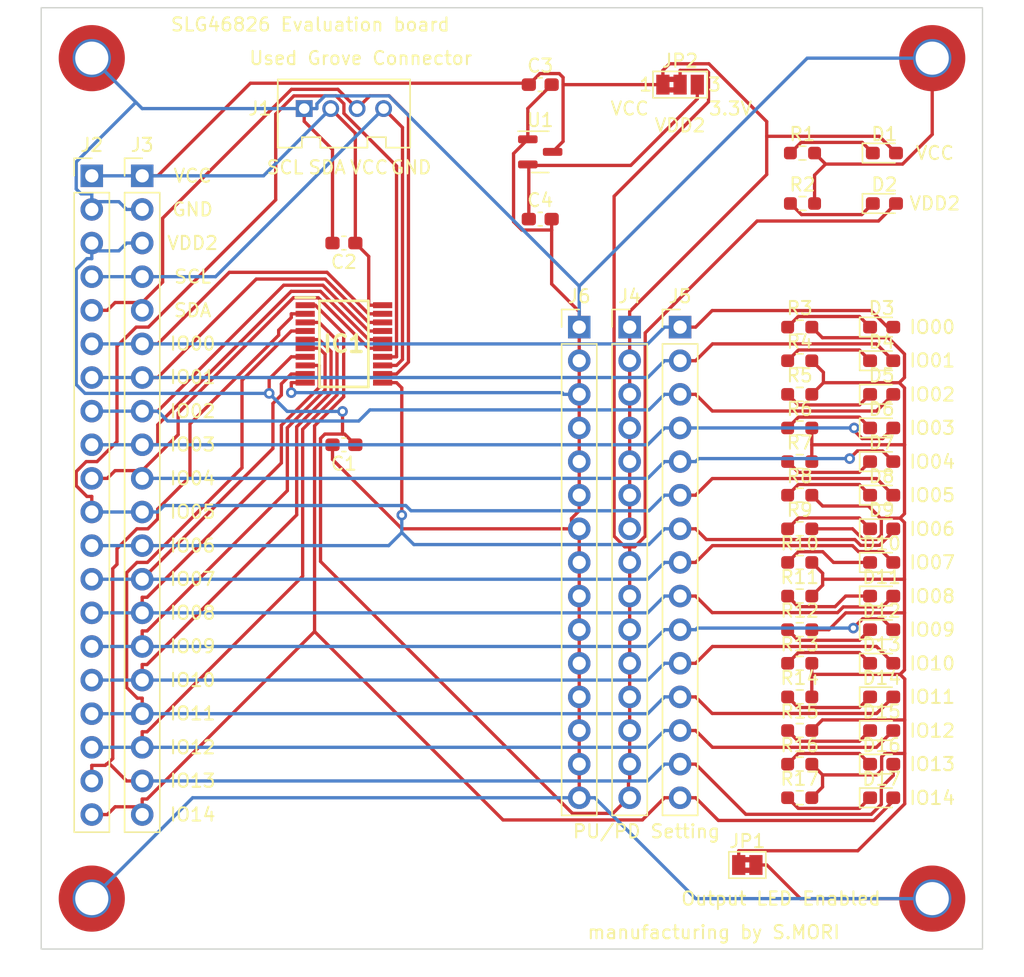
<source format=kicad_pcb>
(kicad_pcb (version 20211014) (generator pcbnew)
  (layers (0 "F.Cu" signal) (31 "B.Cu" signal) (34 "B.Paste" user) (35 "F.Paste" user) (36 "B.SilkS" user "B.Silkscreen") (37 "F.SilkS" user "F.Silkscreen") (38 "B.Mask" user) (39 "F.Mask" user) (44 "Edge.Cuts" user))
  (net 0 "")
  (net 1 "VDD2")
  (net 2 "GND")
  (net 3 "VCC")
  (net 4 "3V3")
  (net 5 "Net-(D1-Pad1)")
  (net 6 "Net-(D2-Pad1)")
  (net 7 "Net-(D3-Pad1)")
  (net 8 "IO0")
  (net 9 "Net-(D4-Pad1)")
  (net 10 "IO1")
  (net 11 "Net-(D5-Pad1)")
  (net 12 "IO2")
  (net 13 "Net-(D6-Pad1)")
  (net 14 "IO3")
  (net 15 "Net-(D7-Pad1)")
  (net 16 "IO4")
  (net 17 "Net-(D8-Pad1)")
  (net 18 "IO5")
  (net 19 "Net-(D9-Pad1)")
  (net 20 "IO6")
  (net 21 "Net-(D10-Pad1)")
  (net 22 "IO7")
  (net 23 "Net-(D11-Pad1)")
  (net 24 "IO8")
  (net 25 "Net-(D12-Pad1)")
  (net 26 "IO9")
  (net 27 "Net-(D13-Pad1)")
  (net 28 "IO10")
  (net 29 "Net-(D14-Pad1)")
  (net 30 "IO11")
  (net 31 "Net-(D15-Pad1)")
  (net 32 "IO12")
  (net 33 "Net-(D16-Pad1)")
  (net 34 "IO13")
  (net 35 "Net-(D17-Pad1)")
  (net 36 "IO14")
  (net 37 "SCL")
  (net 38 "SDA")
  (net 39 "Net-(JP1-Pad1)")
  (footprint "Resistor_SMD:R_0603_1608Metric_Pad0.98x0.95mm_HandSolder" (layer "F.Cu") (at 108.0983 71.12)
    (fp_text reference "R12")
    (fp_text value "1k")
  )
  (footprint "LED_SMD:LED_0603_1608Metric_Pad1.05x0.95mm_HandSolder" (layer "F.Cu") (at 114.2883 78.74)
    (fp_text reference "D15")
    (fp_text value "LED")
  )
  (footprint "Connector_PinHeader_2.54mm:PinHeader_1x20_P2.54mm_Vertical" (layer "F.Cu") (at 58.42 36.83)
    (property "Reference" "J3")
    (property "Value" "Conn_01x20_Male")
    (fp_text reference "J3")
    (fp_text value "Conn_01x20_Male")
  )
  (footprint "Resistor_SMD:R_0603_1608Metric_Pad0.98x0.95mm_HandSolder" (layer "F.Cu") (at 108.0983 63.5)
    (fp_text reference "R9")
    (fp_text value "1k")
  )
  (footprint "Resistor_SMD:R_0603_1608Metric_Pad0.98x0.95mm_HandSolder" (layer "F.Cu") (at 108.0983 50.8)
    (fp_text reference "R4")
    (fp_text value "1k")
  )
  (footprint "LED_SMD:LED_0603_1608Metric_Pad1.05x0.95mm_HandSolder" (layer "F.Cu") (at 114.2883 83.82)
    (fp_text reference "D17")
    (fp_text value "LED")
  )
  (footprint "LED_SMD:LED_0603_1608Metric_Pad1.05x0.95mm_HandSolder" (layer "F.Cu") (at 114.2883 66.04)
    (fp_text reference "D10")
    (fp_text value "LED")
  )
  (footprint "Package_TO_SOT_SMD:SOT-23" (layer "F.Cu") (at 88.4925 35.02)
    (fp_text reference "U1")
    (fp_text value "MCP1703A-3302_SOT23")
  )
  (footprint "LED_SMD:LED_0603_1608Metric_Pad1.05x0.95mm_HandSolder" (layer "F.Cu") (at 114.2883 48.26)
    (fp_text reference "D3")
    (fp_text value "LED")
  )
  (footprint "LED_SMD:LED_0603_1608Metric_Pad1.05x0.95mm_HandSolder" (layer "F.Cu") (at 114.2883 55.88)
    (fp_text reference "D6")
    (fp_text value "LED")
  )
  (footprint "LED_SMD:LED_0603_1608Metric_Pad1.05x0.95mm_HandSolder" (layer "F.Cu") (at 114.4975 38.92)
    (fp_text reference "D2")
    (fp_text value "LED")
  )
  (footprint "Resistor_SMD:R_0603_1608Metric_Pad0.98x0.95mm_HandSolder" (layer "F.Cu") (at 108.0983 78.74)
    (fp_text reference "R15")
    (fp_text value "1k")
  )
  (footprint "OPL_Connector:HW4-2.0" (layer "F.Cu") (at 73.66 31.75)
    (fp_text reference "J1")
    (fp_text value "GROVE-CONNECTOR-DIP_4P-2.0_")
  )
  (footprint "Resistor_SMD:R_0603_1608Metric_Pad0.98x0.95mm_HandSolder" (layer "F.Cu") (at 108.0983 48.26)
    (fp_text reference "R3")
    (fp_text value "1k")
  )
  (footprint "LED_SMD:LED_0603_1608Metric_Pad1.05x0.95mm_HandSolder" (layer "F.Cu") (at 114.2883 63.5)
    (fp_text reference "D9")
    (fp_text value "LED")
  )
  (footprint "Jumper:SolderJumper-2_P1.3mm_Bridged2Bar_Pad1.0x1.5mm" (layer "F.Cu") (at 104.14 88.9)
    (fp_text reference "JP1")
    (fp_text value "Jumper_2_Open")
  )
  (footprint "LED_SMD:LED_0603_1608Metric_Pad1.05x0.95mm_HandSolder" (layer "F.Cu") (at 114.2883 53.34)
    (fp_text reference "D5")
    (fp_text value "LED")
  )
  (footprint "LED_SMD:LED_0603_1608Metric_Pad1.05x0.95mm_HandSolder" (layer "F.Cu") (at 114.2883 50.8)
    (fp_text reference "D4")
    (fp_text value "LED")
  )
  (footprint "MountingHole:MountingHole_2.5mm_Pad_TopOnly" (layer "F.Cu") (at 118.11 27.94)
    (fp_text reference "H4" hide)
    (fp_text value "MountingHole_Pad")
  )
  (footprint "Connector_PinHeader_2.54mm:PinHeader_1x20_P2.54mm_Vertical" (layer "F.Cu") (at 54.61 36.83)
    (fp_text reference "J2")
    (fp_text value "Conn_01x20_Male")
  )
  (footprint "MountingHole:MountingHole_2.5mm_Pad_TopOnly" (layer "F.Cu") (at 118.11 91.44)
    (fp_text reference "H2" hide)
    (fp_text value "MountingHole_Pad")
  )
  (footprint "Resistor_SMD:R_0603_1608Metric_Pad0.98x0.95mm_HandSolder" (layer "F.Cu") (at 108.0983 58.42)
    (fp_text reference "R7")
    (fp_text value "1k")
  )
  (footprint "SLG46826G:SOP65P640X120-20N" (layer "F.Cu") (at 73.66 49.53)
    (fp_text reference "IC1")
    (fp_text value "SLG46826G" hide)
  )
  (footprint "LED_SMD:LED_0603_1608Metric_Pad1.05x0.95mm_HandSolder" (layer "F.Cu") (at 114.2883 73.66)
    (fp_text reference "D13")
    (fp_text value "LED")
  )
  (footprint "Resistor_SMD:R_0603_1608Metric_Pad0.98x0.95mm_HandSolder" (layer "F.Cu") (at 108.0983 53.34)
    (fp_text reference "R5")
    (fp_text value "1k")
  )
  (footprint "Capacitor_SMD:C_0603_1608Metric_Pad1.08x0.95mm_HandSolder" (layer "F.Cu") (at 88.4925 40.1)
    (fp_text reference "C4")
    (fp_text value "0.1u")
  )
  (footprint "Resistor_SMD:R_0603_1608Metric_Pad0.98x0.95mm_HandSolder" (layer "F.Cu") (at 108.0983 60.96)
    (fp_text reference "R8")
    (fp_text value "1k")
  )
  (footprint "LED_SMD:LED_0603_1608Metric_Pad1.05x0.95mm_HandSolder" (layer "F.Cu") (at 114.2883 81.28)
    (fp_text reference "D16")
    (fp_text value "LED")
  )
  (footprint "Resistor_SMD:R_0603_1608Metric_Pad0.98x0.95mm_HandSolder" (layer "F.Cu") (at 108.0983 55.88)
    (fp_text reference "R6")
    (fp_text value "1k")
  )
  (footprint "Resistor_SMD:R_0603_1608Metric_Pad0.98x0.95mm_HandSolder" (layer "F.Cu") (at 108.0983 68.58)
    (fp_text reference "R11")
    (fp_text value "1k")
  )
  (footprint "Connector_PinHeader_2.54mm:PinHeader_1x15_P2.54mm_Vertical" (layer "F.Cu") (at 99.06 48.26)
    (fp_text reference "J5")
    (fp_text value "Conn_01x15_Male")
  )
  (footprint "LED_SMD:LED_0603_1608Metric_Pad1.05x0.95mm_HandSolder" (layer "F.Cu") (at 114.2883 76.2)
    (fp_text reference "D14")
    (fp_text value "LED")
  )
  (footprint "LED_SMD:LED_0603_1608Metric_Pad1.05x0.95mm_HandSolder" (layer "F.Cu") (at 114.2883 60.96)
    (fp_text reference "D8")
    (fp_text value "LED")
  )
  (footprint "Capacitor_SMD:C_0603_1608Metric_Pad1.08x0.95mm_HandSolder" (layer "F.Cu") (at 88.4925 29.94)
    (fp_text reference "C3")
    (fp_text value "0.1u")
  )
  (footprint "Connector_PinHeader_2.54mm:PinHeader_1x15_P2.54mm_Vertical" (layer "F.Cu") (at 95.25 48.26)
    (fp_text reference "J4")
    (fp_text value "Conn_01x15_Male")
  )
  (footprint "Resistor_SMD:R_0603_1608Metric_Pad0.98x0.95mm_HandSolder" (layer "F.Cu") (at 108.3075 35.11)
    (fp_text reference "R1")
    (fp_text value "1k")
  )
  (footprint "LED_SMD:LED_0603_1608Metric_Pad1.05x0.95mm_HandSolder" (layer "F.Cu") (at 114.2883 68.58)
    (fp_text reference "D11")
    (fp_text value "LED")
  )
  (footprint "LED_SMD:LED_0603_1608Metric_Pad1.05x0.95mm_HandSolder" (layer "F.Cu") (at 114.4975 35.11)
    (fp_text reference "D1")
    (fp_text value "LED")
  )
  (footprint "Resistor_SMD:R_0603_1608Metric_Pad0.98x0.95mm_HandSolder" (layer "F.Cu") (at 108.0983 81.28)
    (fp_text reference "R16")
    (fp_text value "1k")
  )
  (footprint "MountingHole:MountingHole_2.5mm_Pad_TopOnly" (layer "F.Cu") (at 54.61 91.44)
    (fp_text reference "H3" hide)
    (fp_text value "MountingHole_Pad")
  )
  (footprint "Connector_PinHeader_2.54mm:PinHeader_1x15_P2.54mm_Vertical" (layer "F.Cu") (at 91.44 48.26)
    (fp_text reference "J6")
    (fp_text value "Conn_01x15_Male")
  )
  (footprint "Resistor_SMD:R_0603_1608Metric_Pad0.98x0.95mm_HandSolder" (layer "F.Cu") (at 108.3075 38.92)
    (fp_text reference "R2")
    (fp_text value "1k")
  )
  (footprint "Resistor_SMD:R_0603_1608Metric_Pad0.98x0.95mm_HandSolder" (layer "F.Cu") (at 108.0983 76.2)
    (fp_text reference "R14")
    (fp_text value "1k")
  )
  (footprint "Capacitor_SMD:C_0603_1608Metric_Pad1.08x0.95mm_HandSolder" (layer "F.Cu") (at 73.66 41.91 180)
    (fp_text reference "C2")
    (fp_text value "0.1u")
  )
  (footprint "MountingHole:MountingHole_2.5mm_Pad_TopOnly" (layer "F.Cu") (at 54.61 27.94)
    (fp_text reference "H1" hide)
    (fp_text value "MountingHole_Pad")
  )
  (footprint "LED_SMD:LED_0603_1608Metric_Pad1.05x0.95mm_HandSolder" (layer "F.Cu") (at 114.2883 71.12)
    (fp_text reference "D12")
    (fp_text value "LED")
  )
  (footprint "LED_SMD:LED_0603_1608Metric_Pad1.05x0.95mm_HandSolder" (layer "F.Cu") (at 114.2883 58.42)
    (fp_text reference "D7")
    (fp_text value "LED")
  )
  (footprint "Resistor_SMD:R_0603_1608Metric_Pad0.98x0.95mm_HandSolder" (layer "F.Cu") (at 108.0983 83.82)
    (fp_text reference "R17")
    (fp_text value "1k")
  )
  (footprint "Resistor_SMD:R_0603_1608Metric_Pad0.98x0.95mm_HandSolder" (layer "F.Cu") (at 108.0983 66.04)
    (fp_text reference "R10")
    (fp_text value "1k")
  )
  (footprint "Capacitor_SMD:C_0603_1608Metric_Pad1.08x0.95mm_HandSolder" (layer "F.Cu") (at 73.66 57.15 180)
    (fp_text reference "C1")
    (fp_text value "0.1u")
  )
  (footprint "Jumper:SolderJumper-3_P1.3mm_Bridged2Bar12_Pad1.0x1.5mm_NumberLabels" (layer "F.Cu") (at 99.06 29.94)
    (property "Reference" "JP2")
    (property "Value" "Jumper_3_Bridged12")
    (fp_text reference "JP2")
    (fp_text value "Jumper_3_Bridged12")
  )
  (footprint "Resistor_SMD:R_0603_1608Metric_Pad0.98x0.95mm_HandSolder" (layer "F.Cu") (at 108.0983 73.66)
    (fp_text reference "R13")
    (fp_text value "1k")
  )
  (gr_rect (start 50.788328 24.13) (end 121.908328 95.25) (layer "Edge.Cuts") (width 0.1) (fill none))
  (gr_text "3.3V" (at 102.87 31.75) (layer "F.SilkS") (effects (font (size 1 1))))
  (gr_text "IO06" (at 62.23 64.77) (layer "F.SilkS") (effects (font (size 1 1))))
  (gr_text "IO08" (at 118.11 68.595631) (layer "F.SilkS") (effects (font (size 1 1))))
  (gr_text "IO02" (at 118.11 53.355631) (layer "F.SilkS") (effects (font (size 1 1))))
  (gr_text "IO09" (at 118.11 71.12) (layer "F.SilkS") (effects (font (size 1 1))))
  (gr_text "IO03" (at 118.11 55.88) (layer "F.SilkS") (effects (font (size 1 1))))
  (gr_text "IO04" (at 62.23 59.69) (layer "F.SilkS") (effects (font (size 1 1))))
  (gr_text "SDA" (at 72.39 36.195) (layer "F.SilkS") (effects (font (size 1 1))))
  (gr_text "VCC" (at 95.25 31.75) (layer "F.SilkS") (effects (font (size 1 1))))
  (gr_text "IO07" (at 62.23 67.294369) (layer "F.SilkS") (effects (font (size 1 1))))
  (gr_text "IO06" (at 118.11 63.515631) (layer "F.SilkS") (effects (font (size 1 1))))
  (gr_text "SLG46826 Evaluation board" (at 71.12 25.4) (layer "F.SilkS") (effects (font (size 1 1))))
  (gr_text "Used Grove Connector" (at 74.93 27.94) (layer "F.SilkS") (effects (font (size 1 1))))
  (gr_text "IO10" (at 62.23 74.93) (layer "F.SilkS") (effects (font (size 1 1))))
  (gr_text "manufacturing by S.MORI" (at 101.6 93.98) (layer "F.SilkS") (effects (font (size 1 1))))
  (gr_text "Output LED Enabled" (at 106.68 91.44) (layer "F.SilkS") (effects (font (size 1 1))))
  (gr_text "IO14" (at 118.11 83.835631) (layer "F.SilkS") (effects (font (size 1 1))))
  (gr_text "VCC" (at 75.565 36.195) (layer "F.SilkS") (effects (font (size 1 1))))
  (gr_text "VCC" (at 118.3075 35.11) (layer "F.SilkS") (effects (font (size 1 1))))
  (gr_text "IO05" (at 118.11 60.96) (layer "F.SilkS") (effects (font (size 1 1))))
  (gr_text "VDD2" (at 62.23 41.91) (layer "F.SilkS") (effects (font (size 1 1))))
  (gr_text "SCL" (at 69.215 36.195) (layer "F.SilkS") (effects (font (size 1 1))))
  (gr_text "IO00" (at 62.23 49.514369) (layer "F.SilkS") (effects (font (size 1 1))))
  (gr_text "VDD2" (at 118.3075 38.92) (layer "F.SilkS") (effects (font (size 1 1))))
  (gr_text "IO01" (at 118.11 50.784369) (layer "F.SilkS") (effects (font (size 1 1))))
  (gr_text "IO14" (at 62.23 85.09) (layer "F.SilkS") (effects (font (size 1 1))))
  (gr_text "IO13" (at 118.11 81.28) (layer "F.SilkS") (effects (font (size 1 1))))
  (gr_text "IO05" (at 62.23 62.214369) (layer "F.SilkS") (effects (font (size 1 1))))
  (gr_text "SDA" (at 62.23 46.99) (layer "F.SilkS") (effects (font (size 1 1))))
  (gr_text "IO10" (at 118.11 73.675631) (layer "F.SilkS") (effects (font (size 1 1))))
  (gr_text "SCL" (at 62.23 44.45) (layer "F.SilkS") (effects (font (size 1 1))))
  (gr_text "IO02" (at 62.23 54.61) (layer "F.SilkS") (effects (font (size 1 1))))
  (gr_text "IO03" (at 62.23 57.134369) (layer "F.SilkS") (effects (font (size 1 1))))
  (gr_text "GND" (at 62.23 39.37) (layer "F.SilkS") (effects (font (size 1 1))))
  (gr_text "IO13" (at 62.23 82.534369) (layer "F.SilkS") (effects (font (size 1 1))))
  (gr_text "IO11" (at 62.23 77.454369) (layer "F.SilkS") (effects (font (size 1 1))))
  (gr_text "GND" (at 78.74 36.195) (layer "F.SilkS") (effects (font (size 1 1))))
  (gr_text "VCC" (at 62.23 36.83) (layer "F.SilkS") (effects (font (size 1 1))))
  (gr_text "IO09" (at 62.23 72.374369) (layer "F.SilkS") (effects (font (size 1 1))))
  (gr_text "IO04" (at 118.11 58.435631) (layer "F.SilkS") (effects (font (size 1 1))))
  (gr_text "VDD2" (at 99.06 33.02) (layer "F.SilkS") (effects (font (size 1 1))))
  (gr_text "IO08" (at 62.23 69.85) (layer "F.SilkS") (effects (font (size 1 1))))
  (gr_text "PU/PD Setting" (at 96.52 86.36) (layer "F.SilkS") (effects (font (size 1 1))))
  (gr_text "IO12" (at 118.11 78.755631) (layer "F.SilkS") (effects (font (size 1 1))))
  (gr_text "IO12" (at 62.23 80.01) (layer "F.SilkS") (effects (font (size 1 1))))
  (gr_text "IO01" (at 62.23 52.038738) (layer "F.SilkS") (effects (font (size 1 1))))
  (gr_text "IO00" (at 118.11 48.26) (layer "F.SilkS") (effects (font (size 1 1))))
  (gr_text "IO11" (at 118.11 76.2) (layer "F.SilkS") (effects (font (size 1 1))))
  (gr_text "IO07" (at 118.11 66.04) (layer "F.SilkS") (effects (font (size 1 1))))
  (segment (start 95.25 81.28) (end 95.25 82.4553) (width 0.25) (layer "F.Cu") (net 1))
  (segment (start 96.4253 64.0568) (end 96.4253 48.6978) (width 0.25) (layer "F.Cu") (net 1))
  (segment (start 101.0563 28.8647) (end 101.2081 29.0165) (width 0.25) (layer "F.Cu") (net 1))
  (segment (start 95.25 76.2) (end 95.25 73.66) (width 0.25) (layer "F.Cu") (net 1))
  (segment (start 95.25 78.74) (end 95.25 76.2) (width 0.25) (layer "F.Cu") (net 1))
  (segment (start 104.878 40.2451) (end 114.0474 40.2451) (width 0.25) (layer "F.Cu") (net 1))
  (segment (start 114.0474 40.2451) (end 115.3725 38.92) (width 0.25) (layer "F.Cu") (net 1))
  (segment (start 95.25 71.12) (end 95.25 68.58) (width 0.25) (layer "F.Cu") (net 1))
  (segment (start 99.06 29.94) (end 99.06 28.8647) (width 0.25) (layer "F.Cu") (net 1))
  (segment (start 70.735 50.505) (end 69.6847 50.505) (width 0.25) (layer "F.Cu") (net 1))
  (segment (start 73.5552 56.3415) (end 73.5552 54.6305) (width 0.25) (layer "F.Cu") (net 1))
  (segment (start 95.25 64.8647) (end 95.6174 64.8647) (width 0.25) (layer "F.Cu") (net 1))
  (segment (start 93.9792 85.0008) (end 90.9252 85.0008) (width 0.25) (layer "F.Cu") (net 1))
  (segment (start 73.714 56.3415) (end 74.5225 57.15) (width 0.25) (layer "F.Cu") (net 1))
  (segment (start 96.4253 48.6978) (end 104.878 40.2451) (width 0.25) (layer "F.Cu") (net 1))
  (segment (start 95.25 66.04) (end 95.25 64.8647) (width 0.25) (layer "F.Cu") (net 1))
  (segment (start 94.0747 38.3731) (end 94.0747 64.0568) (width 0.25) (layer "F.Cu") (net 1))
  (segment (start 95.16 82.5453) (end 95.16 83.82) (width 0.25) (layer "F.Cu") (net 1))
  (segment (start 101.2081 31.2397) (end 94.0747 38.3731) (width 0.25) (layer "F.Cu") (net 1))
  (segment (start 94.0747 64.0568) (end 94.8826 64.8647) (width 0.25) (layer "F.Cu") (net 1))
  (segment (start 95.25 73.66) (end 95.25 71.12) (width 0.25) (layer "F.Cu") (net 1))
  (segment (start 95.6174 64.8647) (end 96.4253 64.0568) (width 0.25) (layer "F.Cu") (net 1))
  (segment (start 71.8932 65.9688) (end 71.8932 56.6703) (width 0.25) (layer "F.Cu") (net 1))
  (segment (start 90.9252 85.0008) (end 71.8932 65.9688) (width 0.25) (layer "F.Cu") (net 1))
  (segment (start 68.014 52.1757) (end 69.6847 50.505) (width 0.25) (layer "F.Cu") (net 1))
  (segment (start 99.06 28.8647) (end 101.0563 28.8647) (width 0.25) (layer "F.Cu") (net 1))
  (segment (start 71.8932 56.6703) (end 72.222 56.3415) (width 0.25) (layer "F.Cu") (net 1))
  (segment (start 95.25 82.4553) (end 95.16 82.5453) (width 0.25) (layer "F.Cu") (net 1))
  (segment (start 95.25 68.58) (end 95.25 66.04) (width 0.25) (layer "F.Cu") (net 1))
  (segment (start 68.014 53.2672) (end 68.014 52.1757) (width 0.25) (layer "F.Cu") (net 1))
  (segment (start 72.222 56.3415) (end 73.5552 56.3415) (width 0.25) (layer "F.Cu") (net 1))
  (segment (start 73.5552 56.3415) (end 73.714 56.3415) (width 0.25) (layer "F.Cu") (net 1))
  (segment (start 95.25 81.28) (end 95.25 78.74) (width 0.25) (layer "F.Cu") (net 1))
  (segment (start 95.25 83.82) (end 95.16 83.82) (width 0.25) (layer "F.Cu") (net 1))
  (segment (start 95.16 83.82) (end 93.9792 85.0008) (width 0.25) (layer "F.Cu") (net 1))
  (segment (start 94.8826 64.8647) (end 95.25 64.8647) (width 0.25) (layer "F.Cu") (net 1))
  (segment (start 101.2081 29.0165) (end 101.2081 31.2397) (width 0.25) (layer "F.Cu") (net 1))
  (via (at 73.5552 54.6305) (size 0.8) (drill 0.4) (layers "F.Cu" "B.Cu") (net 1))
  (via (at 68.014 53.2672) (size 0.8) (drill 0.4) (layers "F.Cu" "B.Cu") (net 1))
  (segment (start 54.61 42.4976) (end 56.6571 42.4976) (width 0.25) (layer "B.Cu") (net 1))
  (segment (start 54.0998 53.2672) (end 53.4347 52.6021) (width 0.25) (layer "B.Cu") (net 1))
  (segment (start 53.4347 52.6021) (end 53.4347 43.8932) (width 0.25) (layer "B.Cu") (net 1))
  (segment (start 58.42 41.91) (end 57.2447 41.91) (width 0.25) (layer "B.Cu") (net 1))
  (segment (start 68.014 53.2672) (end 54.0998 53.2672) (width 0.25) (layer "B.Cu") (net 1))
  (segment (start 56.6571 42.4976) (end 57.2447 41.91) (width 0.25) (layer "B.Cu") (net 1))
  (segment (start 54.2426 43.0853) (end 54.61 43.0853) (width 0.25) (layer "B.Cu") (net 1))
  (segment (start 53.4347 43.8932) (end 54.2426 43.0853) (width 0.25) (layer "B.Cu") (net 1))
  (segment (start 54.61 41.91) (end 54.61 42.4976) (width 0.25) (layer "B.Cu") (net 1))
  (segment (start 69.3773 54.6305) (end 68.014 53.2672) (width 0.25) (layer "B.Cu") (net 1))
  (segment (start 73.5552 54.6305) (end 69.3773 54.6305) (width 0.25) (layer "B.Cu") (net 1))
  (segment (start 54.61 42.4976) (end 54.61 43.0853) (width 0.25) (layer "B.Cu") (net 1))
  (segment (start 70.6603 32.7103) (end 72.7975 34.8475) (width 0.25) (layer "F.Cu") (net 2))
  (segment (start 89.355 29.94) (end 87.555 31.74) (width 0.25) (layer "F.Cu") (net 2))
  (segment (start 108.1553 91.44) (end 105.6153 88.9) (width 0.25) (layer "F.Cu") (net 2))
  (segment (start 72.7975 34.8475) (end 72.7975 41.91) (width 0.25) (layer "F.Cu") (net 2))
  (segment (start 91.44 63.5) (end 90.8524 63.5) (width 0.25) (layer "F.Cu") (net 2))
  (segment (start 118.11 91.44) (end 108.1553 91.44) (width 0.25) (layer "F.Cu") (net 2))
  (segment (start 87.555 31.74) (end 87.555 34.07) (width 0.25) (layer "F.Cu") (net 2))
  (segment (start 91.44 47.0847) (end 89.355 44.9997) (width 0.25) (layer "F.Cu") (net 2))
  (segment (start 91.44 60.96) (end 91.44 62.1353) (width 0.25) (layer "F.Cu") (net 2))
  (segment (start 89.355 40.9245) (end 89.355 40.1) (width 0.25) (layer "F.Cu") (net 2))
  (segment (start 91.44 53.34) (end 91.44 55.88) (width 0.25) (layer "F.Cu") (net 2))
  (segment (start 90.8524 63.5) (end 90.2647 63.5) (width 0.25) (layer "F.Cu") (net 2))
  (segment (start 91.44 71.12) (end 91.44 68.58) (width 0.25) (layer "F.Cu") (net 2))
  (segment (start 91.44 68.58) (end 91.44 66.04) (width 0.25) (layer "F.Cu") (net 2))
  (segment (start 91.44 76.2) (end 91.44 73.66) (width 0.25) (layer "F.Cu") (net 2))
  (segment (start 70.6603 31.75) (end 70.6603 32.7103) (width 0.25) (layer "F.Cu") (net 2))
  (segment (start 70.735 52.455) (end 69.6847 52.455) (width 0.25) (layer "F.Cu") (net 2))
  (segment (start 86.4768 35.1482) (end 87.555 34.07) (width 0.25) (layer "F.Cu") (net 2))
  (segment (start 69.6847 52.455) (end 69.6847 53.2124) (width 0.25) (layer "F.Cu") (net 2))
  (segment (start 87.1064 40.9245) (end 86.4768 40.2949) (width 0.25) (layer "F.Cu") (net 2))
  (segment (start 91.44 73.66) (end 91.44 71.12) (width 0.25) (layer "F.Cu") (net 2))
  (segment (start 89.355 44.9997) (end 89.355 40.9245) (width 0.25) (layer "F.Cu") (net 2))
  (segment (start 90.8524 62.7229) (end 91.44 62.1353) (width 0.25) (layer "F.Cu") (net 2))
  (segment (start 78.0403 63.5) (end 90.2647 63.5) (width 0.25) (layer "F.Cu") (net 2))
  (segment (start 90.8524 63.5) (end 90.8524 62.7229) (width 0.25) (layer "F.Cu") (net 2))
  (segment (start 86.4768 40.2949) (end 86.4768 35.1482) (width 0.25) (layer "F.Cu") (net 2))
  (segment (start 89.355 40.9245) (end 87.1064 40.9245) (width 0.25) (layer "F.Cu") (net 2))
  (segment (start 91.44 48.26) (end 91.44 47.0847) (width 0.25) (layer "F.Cu") (net 2))
  (segment (start 91.44 81.28) (end 91.44 83.82) (width 0.25) (layer "F.Cu") (net 2))
  (segment (start 91.44 50.8) (end 91.44 48.26) (width 0.25) (layer "F.Cu") (net 2))
  (segment (start 91.44 55.88) (end 91.44 58.42) (width 0.25) (layer "F.Cu") (net 2))
  (segment (start 118.11 27.94) (end 118.11 33.7045) (width 0.25) (layer "F.Cu") (net 2))
  (segment (start 91.44 78.74) (end 91.44 81.28) (width 0.25) (layer "F.Cu") (net 2))
  (segment (start 115.8711 35.9434) (end 110.0534 35.9434) (width 0.25) (layer "F.Cu") (net 2))
  (segment (start 110.0534 35.9434) (end 109.22 35.11) (width 0.25) (layer "F.Cu") (net 2))
  (segment (start 91.44 66.04) (end 91.44 63.5) (width 0.25) (layer "F.Cu") (net 2))
  (segment (start 104.79 88.9) (end 105.6153 88.9) (width 0.25) (layer "F.Cu") (net 2))
  (segment (start 91.44 53.34) (end 91.44 50.8) (width 0.25) (layer "F.Cu") (net 2))
  (segment (start 91.44 60.96) (end 91.44 58.42) (width 0.25) (layer "F.Cu") (net 2))
  (segment (start 109.22 38.92) (end 109.22 36.7768) (width 0.25) (layer "F.Cu") (net 2))
  (segment (start 72.7975 57.15) (end 72.7975 58.2572) (width 0.25) (layer "F.Cu") (net 2))
  (segment (start 109.22 36.7768) (end 110.0534 35.9434) (width 0.25) (layer "F.Cu") (net 2))
  (segment (start 72.7975 58.2572) (end 78.0403 63.5) (width 0.25) (layer "F.Cu") (net 2))
  (segment (start 91.44 78.74) (end 91.44 76.2) (width 0.25) (layer "F.Cu") (net 2))
  (segment (start 118.11 33.7045) (end 115.8711 35.9434) (width 0.25) (layer "F.Cu") (net 2))
  (via (at 69.6847 53.2124) (size 0.8) (drill 0.4) (layers "F.Cu" "B.Cu") (net 2))
  (segment (start 108.6644 27.94) (end 91.44 45.1644) (width 0.25) (layer "B.Cu") (net 2))
  (segment (start 71.6206 31.3898) (end 71.6206 31.75) (width 0.25) (layer "B.Cu") (net 2))
  (segment (start 58.42 31.75) (end 57.9438 31.2737) (width 0.25) (layer "B.Cu") (net 2))
  (segment (start 54.61 91.44) (end 62.23 83.82) (width 0.25) (layer "B.Cu") (net 2))
  (segment (start 100.2353 91.44) (end 118.11 91.44) (width 0.25) (layer "B.Cu") (net 2))
  (segment (start 70.6603 31.75) (end 58.42 31.75) (width 0.25) (layer "B.Cu") (net 2))
  (segment (start 53.4347 37.8275) (end 53.8019 38.1947) (width 0.25) (layer "B.Cu") (net 2))
  (segment (start 56.657 38.7823) (end 57.2447 39.37) (width 0.25) (layer "B.Cu") (net 2))
  (segment (start 53.8019 38.1947) (end 54.61 38.1947) (width 0.25) (layer "B.Cu") (net 2))
  (segment (start 57.9438 31.2737) (end 54.61 27.94) (width 0.25) (layer "B.Cu") (net 2))
  (segment (start 77.0653 30.7897) (end 72.2207 30.7897) (width 0.25) (layer "B.Cu") (net 2))
  (segment (start 91.44 83.82) (end 92.6153 83.82) (width 0.25) (layer "B.Cu") (net 2))
  (segment (start 72.2207 30.7897) (end 71.6206 31.3898) (width 0.25) (layer "B.Cu") (net 2))
  (segment (start 92.6153 83.82) (end 100.2353 91.44) (width 0.25) (layer "B.Cu") (net 2))
  (segment (start 57.9438 31.2737) (end 53.4347 35.7828) (width 0.25) (layer "B.Cu") (net 2))
  (segment (start 53.4347 35.7828) (end 53.4347 37.8275) (width 0.25) (layer "B.Cu") (net 2))
  (segment (start 54.61 39.37) (end 54.61 38.7823) (width 0.25) (layer "B.Cu") (net 2))
  (segment (start 91.44 45.1644) (end 77.0653 30.7897) (width 0.25) (layer "B.Cu") (net 2))
  (segment (start 58.42 39.37) (end 57.2447 39.37) (width 0.25) (layer "B.Cu") (net 2))
  (segment (start 90.2647 53.34) (end 90.1371 53.2124) (width 0.25) (layer "B.Cu") (net 2))
  (segment (start 90.1371 53.2124) (end 69.6847 53.2124) (width 0.25) (layer "B.Cu") (net 2))
  (segment (start 54.61 38.7823) (end 56.657 38.7823) (width 0.25) (layer "B.Cu") (net 2))
  (segment (start 70.6603 31.75) (end 71.6206 31.75) (width 0.25) (layer "B.Cu") (net 2))
  (segment (start 91.44 48.26) (end 91.44 45.1644) (width 0.25) (layer "B.Cu") (net 2))
  (segment (start 54.61 38.7823) (end 54.61 38.1947) (width 0.25) (layer "B.Cu") (net 2))
  (segment (start 91.44 53.34) (end 90.2647 53.34) (width 0.25) (layer "B.Cu") (net 2))
  (segment (start 118.11 27.94) (end 108.6644 27.94) (width 0.25) (layer "B.Cu") (net 2))
  (segment (start 62.23 83.82) (end 91.44 83.82) (width 0.25) (layer "B.Cu") (net 2))
  (segment (start 66.5914 29.8339) (end 59.5953 36.83) (width 0.25) (layer "F.Cu") (net 3))
  (segment (start 87.63 29.94) (end 88.4664 29.1036) (width 0.25) (layer "F.Cu") (net 3))
  (segment (start 95.25 50.8) (end 95.25 48.26) (width 0.25) (layer "F.Cu") (net 3))
  (segment (start 105.6039 32.732) (end 105.6039 33.8453) (width 0.25) (layer "F.Cu") (net 3))
  (segment (start 72.6618 31.75) (end 74.5225 33.6107) (width 0.25) (layer "F.Cu") (net 3))
  (segment (start 76.585 46.605) (end 75.5347 46.605) (width 0.25) (layer "F.Cu") (net 3))
  (segment (start 87.5239 29.8339) (end 66.5914 29.8339) (width 0.25) (layer "F.Cu") (net 3))
  (segment (start 95.25 53.34) (end 95.25 50.8) (width 0.25) (layer "F.Cu") (net 3))
  (segment (start 98.2599 28.3648) (end 101.2367 28.3648) (width 0.25) (layer "F.Cu") (net 3))
  (segment (start 105.6039 33.8453) (end 114.1078 33.8453) (width 0.25) (layer "F.Cu") (net 3))
  (segment (start 101.2367 28.3648) (end 105.6039 32.732) (width 0.25) (layer "F.Cu") (net 3))
  (segment (start 58.42 36.83) (end 59.5953 36.83) (width 0.25) (layer "F.Cu") (net 3))
  (segment (start 89.9282 29.1036) (end 90.2188 29.3942) (width 0.25) (layer "F.Cu") (net 3))
  (segment (start 95.25 58.42) (end 95.25 55.88) (width 0.25) (layer "F.Cu") (net 3))
  (segment (start 97.76 28.8647) (end 98.2599 28.3648) (width 0.25) (layer "F.Cu") (net 3))
  (segment (start 105.6039 36.7308) (end 95.25 47.0847) (width 0.25) (layer "F.Cu") (net 3))
  (segment (start 90.2188 29.94) (end 90.2188 34.2312) (width 0.25) (layer "F.Cu") (net 3))
  (segment (start 105.6039 33.8453) (end 105.6039 36.7308) (width 0.25) (layer "F.Cu") (net 3))
  (segment (start 75.5347 46.605) (end 75.5347 42.9222) (width 0.25) (layer "F.Cu") (net 3))
  (segment (start 90.2188 29.3942) (end 90.2188 29.94) (width 0.25) (layer "F.Cu") (net 3))
  (segment (start 88.4664 29.1036) (end 89.9282 29.1036) (width 0.25) (layer "F.Cu") (net 3))
  (segment (start 95.25 55.88) (end 95.25 53.34) (width 0.25) (layer "F.Cu") (net 3))
  (segment (start 114.1078 33.8453) (end 115.3725 35.11) (width 0.25) (layer "F.Cu") (net 3))
  (segment (start 74.5225 33.6107) (end 74.5225 41.91) (width 0.25) (layer "F.Cu") (net 3))
  (segment (start 97.76 29.94) (end 97.76 28.8647) (width 0.25) (layer "F.Cu") (net 3))
  (segment (start 90.2188 34.2312) (end 89.43 35.02) (width 0.25) (layer "F.Cu") (net 3))
  (segment (start 95.25 63.5) (end 95.25 60.96) (width 0.25) (layer "F.Cu") (net 3))
  (segment (start 90.2188 29.94) (end 97.76 29.94) (width 0.25) (layer "F.Cu") (net 3))
  (segment (start 75.5347 42.9222) (end 74.5225 41.91) (width 0.25) (layer "F.Cu") (net 3))
  (segment (start 95.25 48.26) (end 95.25 47.0847) (width 0.25) (layer "F.Cu") (net 3))
  (segment (start 87.63 29.94) (end 87.5239 29.8339) (width 0.25) (layer "F.Cu") (net 3))
  (segment (start 95.25 60.96) (end 95.25 58.42) (width 0.25) (layer "F.Cu") (net 3))
  (segment (start 67.5818 36.83) (end 72.6618 31.75) (width 0.25) (layer "B.Cu") (net 3))
  (segment (start 54.61 36.83) (end 58.42 36.83) (width 0.25) (layer "B.Cu") (net 3))
  (segment (start 58.42 36.83) (end 67.5818 36.83) (width 0.25) (layer "B.Cu") (net 3))
  (segment (start 87.63 40.1) (end 87.63 36.045) (width 0.25) (layer "F.Cu") (net 4))
  (segment (start 100.36 29.94) (end 100.36 31.0153) (width 0.25) (layer "F.Cu") (net 4))
  (segment (start 95.3303 36.045) (end 87.63 36.045) (width 0.25) (layer "F.Cu") (net 4))
  (segment (start 87.63 36.045) (end 87.555 35.97) (width 0.25) (layer "F.Cu") (net 4))
  (segment (start 100.36 31.0153) (end 95.3303 36.045) (width 0.25) (layer "F.Cu") (net 4))
  (segment (start 112.8181 34.3056) (end 108.1994 34.3056) (width 0.25) (layer "F.Cu") (net 5))
  (segment (start 108.1994 34.3056) (end 107.395 35.11) (width 0.25) (layer "F.Cu") (net 5))
  (segment (start 113.6225 35.11) (end 112.8181 34.3056) (width 0.25) (layer "F.Cu") (net 5))
  (segment (start 107.395 38.92) (end 108.233 39.758) (width 0.25) (layer "F.Cu") (net 6))
  (segment (start 108.233 39.758) (end 112.7845 39.758) (width 0.25) (layer "F.Cu") (net 6))
  (segment (start 112.7845 39.758) (end 113.6225 38.92) (width 0.25) (layer "F.Cu") (net 6))
  (segment (start 107.1858 48.26) (end 107.987 47.4588) (width 0.25) (layer "F.Cu") (net 7))
  (segment (start 107.987 47.4588) (end 112.6121 47.4588) (width 0.25) (layer "F.Cu") (net 7))
  (segment (start 112.6121 47.4588) (end 113.4133 48.26) (width 0.25) (layer "F.Cu") (net 7))
  (segment (start 76.585 47.255) (end 75.5169 47.255) (width 0.25) (layer "F.Cu") (net 8))
  (segment (start 113.4841 47.0085) (end 101.4868 47.0085) (width 0.25) (layer "F.Cu") (net 8))
  (segment (start 72.3833 44.1214) (end 65.0039 44.1214) (width 0.25) (layer "F.Cu") (net 8))
  (segment (start 114.7355 48.26) (end 114.7355 48.2599) (width 0.25) (layer "F.Cu") (net 8))
  (segment (start 65.0039 44.1214) (end 59.5953 49.53) (width 0.25) (layer "F.Cu") (net 8))
  (segment (start 99.06 48.26) (end 100.2353 48.26) (width 0.25) (layer "F.Cu") (net 8))
  (segment (start 115.1633 48.26) (end 114.7355 48.26) (width 0.25) (layer "F.Cu") (net 8))
  (segment (start 101.4868 47.0085) (end 100.2353 48.26) (width 0.25) (layer "F.Cu") (net 8))
  (segment (start 75.5169 47.255) (end 72.3833 44.1214) (width 0.25) (layer "F.Cu") (net 8))
  (segment (start 58.42 49.53) (end 59.5953 49.53) (width 0.25) (layer "F.Cu") (net 8))
  (segment (start 114.7355 48.2599) (end 113.4841 47.0085) (width 0.25) (layer "F.Cu") (net 8))
  (segment (start 54.61 49.53) (end 58.42 49.53) (width 0.25) (layer "B.Cu") (net 8))
  (segment (start 97.8847 48.26) (end 96.6147 49.53) (width 0.25) (layer "B.Cu") (net 8))
  (segment (start 96.6147 49.53) (end 59.5953 49.53) (width 0.25) (layer "B.Cu") (net 8))
  (segment (start 99.06 48.26) (end 97.8847 48.26) (width 0.25) (layer "B.Cu") (net 8))
  (segment (start 58.42 49.53) (end 59.5953 49.53) (width 0.25) (layer "B.Cu") (net 8))
  (segment (start 112.6023 49.989) (end 107.9968 49.989) (width 0.25) (layer "F.Cu") (net 9))
  (segment (start 107.9968 49.989) (end 107.1858 50.8) (width 0.25) (layer "F.Cu") (net 9))
  (segment (start 113.4133 50.8) (end 112.6023 49.989) (width 0.25) (layer "F.Cu") (net 9))
  (segment (start 101.5063 49.529) (end 113.8923 49.529) (width 0.25) (layer "F.Cu") (net 10))
  (segment (start 58.42 52.07) (end 59.5953 52.07) (width 0.25) (layer "F.Cu") (net 10))
  (segment (start 67.0359 44.6294) (end 72.246 44.6294) (width 0.25) (layer "F.Cu") (net 10))
  (segment (start 59.5953 52.07) (end 67.0359 44.6294) (width 0.25) (layer "F.Cu") (net 10))
  (segment (start 72.246 44.6294) (end 75.5216 47.905) (width 0.25) (layer "F.Cu") (net 10))
  (segment (start 75.5216 47.905) (end 76.585 47.905) (width 0.25) (layer "F.Cu") (net 10))
  (segment (start 99.06 50.8) (end 100.2353 50.8) (width 0.25) (layer "F.Cu") (net 10))
  (segment (start 113.8923 49.529) (end 115.1633 50.8) (width 0.25) (layer "F.Cu") (net 10))
  (segment (start 100.2353 50.8) (end 101.5063 49.529) (width 0.25) (layer "F.Cu") (net 10))
  (segment (start 97.8847 50.8) (end 96.6147 52.07) (width 0.25) (layer "B.Cu") (net 10))
  (segment (start 96.6147 52.07) (end 58.42 52.07) (width 0.25) (layer "B.Cu") (net 10))
  (segment (start 99.06 50.8) (end 97.8847 50.8) (width 0.25) (layer "B.Cu") (net 10))
  (segment (start 54.61 52.07) (end 58.42 52.07) (width 0.25) (layer "B.Cu") (net 10))
  (segment (start 113.4133 53.34) (end 112.6121 54.1412) (width 0.25) (layer "F.Cu") (net 11))
  (segment (start 107.987 54.1412) (end 107.1858 53.34) (width 0.25) (layer "F.Cu") (net 11))
  (segment (start 112.6121 54.1412) (end 107.987 54.1412) (width 0.25) (layer "F.Cu") (net 11))
  (segment (start 59.5953 54.61) (end 69.1101 45.0952) (width 0.25) (layer "F.Cu") (net 12))
  (segment (start 113.903 54.6003) (end 115.1633 53.34) (width 0.25) (layer "F.Cu") (net 12))
  (segment (start 101.4956 54.6003) (end 113.903 54.6003) (width 0.25) (layer "F.Cu") (net 12))
  (segment (start 72.0749 45.0952) (end 75.5347 48.555) (width 0.25) (layer "F.Cu") (net 12))
  (segment (start 58.42 54.61) (end 59.5953 54.61) (width 0.25) (layer "F.Cu") (net 12))
  (segment (start 100.2353 53.34) (end 101.4956 54.6003) (width 0.25) (layer "F.Cu") (net 12))
  (segment (start 76.585 48.555) (end 75.5347 48.555) (width 0.25) (layer "F.Cu") (net 12))
  (segment (start 69.1101 45.0952) (end 72.0749 45.0952) (width 0.25) (layer "F.Cu") (net 12))
  (segment (start 99.06 53.34) (end 100.2353 53.34) (width 0.25) (layer "F.Cu") (net 12))
  (segment (start 58.42 54.61) (end 59.5953 54.61) (width 0.25) (layer "B.Cu") (net 12))
  (segment (start 96.7094 54.5153) (end 97.8847 53.34) (width 0.25) (layer "B.Cu") (net 12))
  (segment (start 75.624 54.5153) (end 96.7094 54.5153) (width 0.25) (layer "B.Cu") (net 12))
  (segment (start 99.06 53.34) (end 97.8847 53.34) (width 0.25) (layer "B.Cu") (net 12))
  (segment (start 60.3411 55.3558) (end 74.7835 55.3558) (width 0.25) (layer "B.Cu") (net 12))
  (segment (start 74.7835 55.3558) (end 75.624 54.5153) (width 0.25) (layer "B.Cu") (net 12))
  (segment (start 58.42 54.61) (end 54.61 54.61) (width 0.25) (layer "B.Cu") (net 12))
  (segment (start 59.5953 54.61) (end 60.3411 55.3558) (width 0.25) (layer "B.Cu") (net 12))
  (segment (start 107.1858 55.88) (end 108.0064 55.0594) (width 0.25) (layer "F.Cu") (net 13))
  (segment (start 112.5927 55.0594) (end 113.4133 55.88) (width 0.25) (layer "F.Cu") (net 13))
  (segment (start 108.0064 55.0594) (end 112.5927 55.0594) (width 0.25) (layer "F.Cu") (net 13))
  (segment (start 69.6764 45.5591) (end 71.8888 45.5591) (width 0.25) (layer "F.Cu") (net 14))
  (segment (start 59.5953 57.15) (end 59.5953 55.6402) (width 0.25) (layer "F.Cu") (net 14))
  (segment (start 112.2139 56.0803) (end 112.2139 55.88) (width 0.25) (layer "F.Cu") (net 14))
  (segment (start 115.1633 55.88) (end 114.362 56.6813) (width 0.25) (layer "F.Cu") (net 14))
  (segment (start 59.5953 55.6402) (end 69.6764 45.5591) (width 0.25) (layer "F.Cu") (net 14))
  (segment (start 114.362 56.6813) (end 112.8149 56.6813) (width 0.25) (layer "F.Cu") (net 14))
  (segment (start 112.8149 56.6813) (end 112.2139 56.0803) (width 0.25) (layer "F.Cu") (net 14))
  (segment (start 71.8888 45.5591) (end 75.5347 49.205) (width 0.25) (layer "F.Cu") (net 14))
  (segment (start 76.585 49.205) (end 75.5347 49.205) (width 0.25) (layer "F.Cu") (net 14))
  (segment (start 58.42 57.15) (end 59.5953 57.15) (width 0.25) (layer "F.Cu") (net 14))
  (via (at 112.2139 55.88) (size 0.8) (drill 0.4) (layers "F.Cu" "B.Cu") (net 14))
  (segment (start 54.61 57.15) (end 58.42 57.15) (width 0.25) (layer "B.Cu") (net 14))
  (segment (start 96.6147 57.15) (end 58.42 57.15) (width 0.25) (layer "B.Cu") (net 14))
  (segment (start 99.06 55.88) (end 97.8847 55.88) (width 0.25) (layer "B.Cu") (net 14))
  (segment (start 112.2139 55.88) (end 99.06 55.88) (width 0.25) (layer "B.Cu") (net 14))
  (segment (start 97.8847 55.88) (end 96.6147 57.15) (width 0.25) (layer "B.Cu") (net 14))
  (segment (start 113.4133 58.42) (end 112.5963 59.237) (width 0.25) (layer "F.Cu") (net 15))
  (segment (start 108.0028 59.237) (end 107.1858 58.42) (width 0.25) (layer "F.Cu") (net 15))
  (segment (start 112.5963 59.237) (end 108.0028 59.237) (width 0.25) (layer "F.Cu") (net 15))
  (segment (start 58.42 59.1023) (end 61.1344 56.3879) (width 0.25) (layer "F.Cu") (net 16))
  (segment (start 61.1344 56.3879) (end 61.1344 54.7468) (width 0.25) (layer "F.Cu") (net 16))
  (segment (start 69.8377 46.0435) (end 71.7232 46.0435) (width 0.25) (layer "F.Cu") (net 16))
  (segment (start 56.373 59.1023) (end 58.42 59.1023) (width 0.25) (layer "F.Cu") (net 16))
  (segment (start 71.7232 46.0435) (end 75.5347 49.855) (width 0.25) (layer "F.Cu") (net 16))
  (segment (start 115.1633 58.42) (end 114.362 57.6187) (width 0.25) (layer "F.Cu") (net 16))
  (segment (start 112.4467 57.6187) (end 111.8719 58.1935) (width 0.25) (layer "F.Cu") (net 16))
  (segment (start 76.585 49.855) (end 75.5347 49.855) (width 0.25) (layer "F.Cu") (net 16))
  (segment (start 61.1344 54.7468) (end 69.8377 46.0435) (width 0.25) (layer "F.Cu") (net 16))
  (segment (start 114.362 57.6187) (end 112.4467 57.6187) (width 0.25) (layer "F.Cu") (net 16))
  (segment (start 54.61 59.69) (end 55.7853 59.69) (width 0.25) (layer "F.Cu") (net 16))
  (segment (start 55.7853 59.69) (end 56.373 59.1023) (width 0.25) (layer "F.Cu") (net 16))
  (segment (start 58.42 59.69) (end 58.42 59.1023) (width 0.25) (layer "F.Cu") (net 16))
  (via (at 111.8719 58.1935) (size 0.8) (drill 0.4) (layers "F.Cu" "B.Cu") (net 16))
  (segment (start 100.2353 58.42) (end 100.4618 58.1935) (width 0.25) (layer "B.Cu") (net 16))
  (segment (start 58.42 59.69) (end 59.5953 59.69) (width 0.25) (layer "B.Cu") (net 16))
  (segment (start 97.8847 58.42) (end 96.6147 59.69) (width 0.25) (layer "B.Cu") (net 16))
  (segment (start 96.6147 59.69) (end 59.5953 59.69) (width 0.25) (layer "B.Cu") (net 16))
  (segment (start 100.4618 58.1935) (end 111.8719 58.1935) (width 0.25) (layer "B.Cu") (net 16))
  (segment (start 99.06 58.42) (end 100.2353 58.42) (width 0.25) (layer "B.Cu") (net 16))
  (segment (start 99.06 58.42) (end 97.8847 58.42) (width 0.25) (layer "B.Cu") (net 16))
  (segment (start 112.6094 60.1561) (end 107.9897 60.1561) (width 0.25) (layer "F.Cu") (net 17))
  (segment (start 107.9897 60.1561) (end 107.1858 60.96) (width 0.25) (layer "F.Cu") (net 17))
  (segment (start 113.4133 60.96) (end 112.6094 60.1561) (width 0.25) (layer "F.Cu") (net 17))
  (segment (start 53.4347 60.2468) (end 54.2426 61.0547) (width 0.25) (layer "F.Cu") (net 18))
  (segment (start 69.8796 30.7896) (end 68.506 32.1632) (width 0.25) (layer "F.Cu") (net 18))
  (segment (start 58.8906 48.26) (end 57.9647 48.26) (width 0.25) (layer "F.Cu") (net 18))
  (segment (start 73.66 31.3891) (end 73.0605 30.7896) (width 0.25) (layer "F.Cu") (net 18))
  (segment (start 99.06 60.96) (end 100.2353 60.96) (width 0.25) (layer "F.Cu") (net 18))
  (segment (start 101.4921 59.7032) (end 100.2353 60.96) (width 0.25) (layer "F.Cu") (net 18))
  (segment (start 77.6353 50.505) (end 77.6353 36.0866) (width 0.25) (layer "F.Cu") (net 18))
  (segment (start 73.0605 30.7896) (end 69.8796 30.7896) (width 0.25) (layer "F.Cu") (net 18))
  (segment (start 54.2426 61.0547) (end 54.61 61.0547) (width 0.25) (layer "F.Cu") (net 18))
  (segment (start 76.585 50.505) (end 77.6353 50.505) (width 0.25) (layer "F.Cu") (net 18))
  (segment (start 54.61 62.23) (end 54.61 61.0547) (width 0.25) (layer "F.Cu") (net 18))
  (segment (start 68.506 38.6446) (end 58.8906 48.26) (width 0.25) (layer "F.Cu") (net 18))
  (segment (start 113.9065 59.7032) (end 101.4921 59.7032) (width 0.25) (layer "F.Cu") (net 18))
  (segment (start 77.6353 36.0866) (end 73.66 32.1113) (width 0.25) (layer "F.Cu") (net 18))
  (segment (start 57.9647 48.26) (end 56.515 49.7097) (width 0.25) (layer "F.Cu") (net 18))
  (segment (start 73.66 32.1113) (end 73.66 31.3891) (width 0.25) (layer "F.Cu") (net 18))
  (segment (start 68.506 32.1632) (end 68.506 38.6446) (width 0.25) (layer "F.Cu") (net 18))
  (segment (start 55.0094 58.42) (end 54.191 58.42) (width 0.25) (layer "F.Cu") (net 18))
  (segment (start 56.515 56.9144) (end 55.0094 58.42) (width 0.25) (layer "F.Cu") (net 18))
  (segment (start 56.515 49.7097) (end 56.515 56.9144) (width 0.25) (layer "F.Cu") (net 18))
  (segment (start 53.4347 59.1763) (end 53.4347 60.2468) (width 0.25) (layer "F.Cu") (net 18))
  (segment (start 115.1633 60.96) (end 113.9065 59.7032) (width 0.25) (layer "F.Cu") (net 18))
  (segment (start 54.191 58.42) (end 53.4347 59.1763) (width 0.25) (layer "F.Cu") (net 18))
  (segment (start 78.7282 62.1364) (end 78.3328 61.741) (width 0.25) (layer "B.Cu") (net 18))
  (segment (start 78.3328 61.741) (end 60.0843 61.741) (width 0.25) (layer "B.Cu") (net 18))
  (segment (start 96.7083 62.1364) (end 78.7282 62.1364) (width 0.25) (layer "B.Cu") (net 18))
  (segment (start 97.8847 60.96) (end 96.7083 62.1364) (width 0.25) (layer "B.Cu") (net 18))
  (segment (start 58.42 62.23) (end 59.5953 62.23) (width 0.25) (layer "B.Cu") (net 18))
  (segment (start 99.06 60.96) (end 97.8847 60.96) (width 0.25) (layer "B.Cu") (net 18))
  (segment (start 54.61 62.23) (end 55.7853 62.23) (width 0.25) (layer "B.Cu") (net 18))
  (segment (start 58.42 62.23) (end 55.7853 62.23) (width 0.25) (layer "B.Cu") (net 18))
  (segment (start 60.0843 61.741) (end 59.5953 62.23) (width 0.25) (layer "B.Cu") (net 18))
  (segment (start 112.5934 62.6801) (end 113.4133 63.5) (width 0.25) (layer "F.Cu") (net 19))
  (segment (start 108.0057 62.6801) (end 112.5934 62.6801) (width 0.25) (layer "F.Cu") (net 19))
  (segment (start 107.1858 63.5) (end 108.0057 62.6801) (width 0.25) (layer "F.Cu") (net 19))
  (segment (start 76.585 52.455) (end 77.6353 52.455) (width 0.25) (layer "F.Cu") (net 20))
  (segment (start 112.7056 64.7515) (end 114.121 64.7515) (width 0.25) (layer "F.Cu") (net 20))
  (segment (start 99.06 63.5) (end 100.2353 63.5) (width 0.25) (layer "F.Cu") (net 20))
  (segment (start 78.0323 62.4663) (end 78.0323 52.852) (width 0.25) (layer "F.Cu") (net 20))
  (segment (start 78.0323 52.852) (end 77.6353 52.455) (width 0.25) (layer "F.Cu") (net 20))
  (segment (start 101.0457 64.3104) (end 112.2645 64.3104) (width 0.25) (layer "F.Cu") (net 20))
  (segment (start 115.1633 63.7092) (end 115.1633 63.5) (width 0.25) (layer "F.Cu") (net 20))
  (segment (start 112.2645 64.3104) (end 112.7056 64.7515) (width 0.25) (layer "F.Cu") (net 20))
  (segment (start 114.121 64.7515) (end 115.1633 63.7092) (width 0.25) (layer "F.Cu") (net 20))
  (segment (start 100.2353 63.5) (end 101.0457 64.3104) (width 0.25) (layer "F.Cu") (net 20))
  (via (at 78.0323 62.4663) (size 0.8) (drill 0.4) (layers "F.Cu" "B.Cu") (net 20))
  (segment (start 78.0323 63.7776) (end 78.0323 62.4663) (width 0.25) (layer "B.Cu") (net 20))
  (segment (start 58.42 64.77) (end 77.0399 64.77) (width 0.25) (layer "B.Cu") (net 20))
  (segment (start 96.6941 64.6906) (end 78.9453 64.6906) (width 0.25) (layer "B.Cu") (net 20))
  (segment (start 99.06 63.5) (end 97.8847 63.5) (width 0.25) (layer "B.Cu") (net 20))
  (segment (start 78.9453 64.6906) (end 78.0323 63.7776) (width 0.25) (layer "B.Cu") (net 20))
  (segment (start 54.61 64.77) (end 58.42 64.77) (width 0.25) (layer "B.Cu") (net 20))
  (segment (start 97.8847 63.5) (end 96.6941 64.6906) (width 0.25) (layer "B.Cu") (net 20))
  (segment (start 77.0399 64.77) (end 78.0323 63.7776) (width 0.25) (layer "B.Cu") (net 20))
  (segment (start 107.9957 65.2301) (end 109.8391 65.2301) (width 0.25) (layer "F.Cu") (net 21))
  (segment (start 109.8391 65.2301) (end 110.649 66.04) (width 0.25) (layer "F.Cu") (net 21))
  (segment (start 110.649 66.04) (end 113.4133 66.04) (width 0.25) (layer "F.Cu") (net 21))
  (segment (start 107.1858 66.04) (end 107.9957 65.2301) (width 0.25) (layer "F.Cu") (net 21))
  (segment (start 58.42 67.31) (end 68.2966 57.4334) (width 0.25) (layer "F.Cu") (net 22))
  (segment (start 69.6765 51.805) (end 70.735 51.805) (width 0.25) (layer "F.Cu") (net 22))
  (segment (start 68.2966 54.0284) (end 68.9348 53.3902) (width 0.25) (layer "F.Cu") (net 22))
  (segment (start 112.0883 64.7711) (end 112.5375 65.2203) (width 0.25) (layer "F.Cu") (net 22))
  (segment (start 114.3436 65.2203) (end 115.1633 66.04) (width 0.25) (layer "F.Cu") (net 22))
  (segment (start 99.06 66.04) (end 100.2353 66.04) (width 0.25) (layer "F.Cu") (net 22))
  (segment (start 101.5042 64.7711) (end 112.0883 64.7711) (width 0.25) (layer "F.Cu") (net 22))
  (segment (start 68.2966 57.4334) (end 68.2966 54.0284) (width 0.25) (layer "F.Cu") (net 22))
  (segment (start 68.9348 53.3902) (end 68.9348 52.5467) (width 0.25) (layer "F.Cu") (net 22))
  (segment (start 100.2353 66.04) (end 101.5042 64.7711) (width 0.25) (layer "F.Cu") (net 22))
  (segment (start 68.9348 52.5467) (end 69.6765 51.805) (width 0.25) (layer "F.Cu") (net 22))
  (segment (start 112.5375 65.2203) (end 114.3436 65.2203) (width 0.25) (layer "F.Cu") (net 22))
  (segment (start 97.8847 66.04) (end 96.6147 67.31) (width 0.25) (layer "B.Cu") (net 22))
  (segment (start 58.42 67.31) (end 59.5953 67.31) (width 0.25) (layer "B.Cu") (net 22))
  (segment (start 54.61 67.31) (end 58.42 67.31) (width 0.25) (layer "B.Cu") (net 22))
  (segment (start 96.6147 67.31) (end 59.5953 67.31) (width 0.25) (layer "B.Cu") (net 22))
  (segment (start 99.06 66.04) (end 97.8847 66.04) (width 0.25) (layer "B.Cu") (net 22))
  (segment (start 107.9871 69.3813) (end 107.1858 68.58) (width 0.25) (layer "F.Cu") (net 23))
  (segment (start 111.5729 68.58) (end 110.7716 69.3813) (width 0.25) (layer "F.Cu") (net 23))
  (segment (start 110.7716 69.3813) (end 107.9871 69.3813) (width 0.25) (layer "F.Cu") (net 23))
  (segment (start 113.4133 68.58) (end 111.5729 68.58) (width 0.25) (layer "F.Cu") (net 23))
  (segment (start 58.7873 68.6747) (end 58.42 68.6747) (width 0.25) (layer "F.Cu") (net 24))
  (segment (start 68.935 55.6774) (end 68.935 58.527) (width 0.25) (layer "F.Cu") (net 24))
  (segment (start 68.935 58.527) (end 58.7873 68.6747) (width 0.25) (layer "F.Cu") (net 24))
  (segment (start 110.9581 69.8317) (end 101.487 69.8317) (width 0.25) (layer "F.Cu") (net 24))
  (segment (start 71.7853 52.8271) (end 68.935 55.6774) (width 0.25) (layer "F.Cu") (net 24))
  (segment (start 115.1633 68.58) (end 114.3434 69.3999) (width 0.25) (layer "F.Cu") (net 24))
  (segment (start 99.06 68.58) (end 100.2353 68.58) (width 0.25) (layer "F.Cu") (net 24))
  (segment (start 114.3434 69.3999) (end 111.3899 69.3999) (width 0.25) (layer "F.Cu") (net 24))
  (segment (start 70.735 51.155) (end 71.7853 51.155) (width 0.25) (layer "F.Cu") (net 24))
  (segment (start 101.487 69.8317) (end 100.2353 68.58) (width 0.25) (layer "F.Cu") (net 24))
  (segment (start 58.42 69.85) (end 58.42 68.6747) (width 0.25) (layer "F.Cu") (net 24))
  (segment (start 71.7853 51.155) (end 71.7853 52.8271) (width 0.25) (layer "F.Cu") (net 24))
  (segment (start 111.3899 69.3999) (end 110.9581 69.8317) (width 0.25) (layer "F.Cu") (net 24))
  (segment (start 54.61 69.85) (end 58.42 69.85) (width 0.25) (layer "B.Cu") (net 24))
  (segment (start 97.8847 68.58) (end 96.6147 69.85) (width 0.25) (layer "B.Cu") (net 24))
  (segment (start 96.6147 69.85) (end 58.42 69.85) (width 0.25) (layer "B.Cu") (net 24))
  (segment (start 99.06 68.58) (end 97.8847 68.58) (width 0.25) (layer "B.Cu") (net 24))
  (segment (start 107.9873 71.9215) (end 107.1858 71.12) (width 0.25) (layer "F.Cu") (net 25))
  (segment (start 113.4133 71.12) (end 112.6118 71.9215) (width 0.25) (layer "F.Cu") (net 25))
  (segment (start 112.6118 71.9215) (end 107.9873 71.9215) (width 0.25) (layer "F.Cu") (net 25))
  (segment (start 72.2356 53.0137) (end 69.3854 55.8639) (width 0.25) (layer "F.Cu") (net 26))
  (segment (start 58.42 72.39) (end 58.42 71.2147) (width 0.25) (layer "F.Cu") (net 26))
  (segment (start 114.3438 70.3005) (end 112.8522 70.3005) (width 0.25) (layer "F.Cu") (net 26))
  (segment (start 71.7853 49.855) (end 72.2356 50.3053) (width 0.25) (layer "F.Cu") (net 26))
  (segment (start 69.3854 60.6166) (end 58.7873 71.2147) (width 0.25) (layer "F.Cu") (net 26))
  (segment (start 115.1633 71.12) (end 114.3438 70.3005) (width 0.25) (layer "F.Cu") (net 26))
  (segment (start 72.2356 50.3053) (end 72.2356 53.0137) (width 0.25) (layer "F.Cu") (net 26))
  (segment (start 58.7873 71.2147) (end 58.42 71.2147) (width 0.25) (layer "F.Cu") (net 26))
  (segment (start 70.735 49.855) (end 71.7853 49.855) (width 0.25) (layer "F.Cu") (net 26))
  (segment (start 112.8522 70.3005) (end 112.1519 71.0008) (width 0.25) (layer "F.Cu") (net 26))
  (segment (start 69.3854 55.8639) (end 69.3854 60.6166) (width 0.25) (layer "F.Cu") (net 26))
  (via (at 112.1519 71.0008) (size 0.8) (drill 0.4) (layers "F.Cu" "B.Cu") (net 26))
  (segment (start 100.2353 71.12) (end 100.3545 71.0008) (width 0.25) (layer "B.Cu") (net 26))
  (segment (start 58.42 72.39) (end 54.61 72.39) (width 0.25) (layer "B.Cu") (net 26))
  (segment (start 96.6147 72.39) (end 58.42 72.39) (width 0.25) (layer "B.Cu") (net 26))
  (segment (start 100.3545 71.0008) (end 112.1519 71.0008) (width 0.25) (layer "B.Cu") (net 26))
  (segment (start 99.06 71.12) (end 100.2353 71.12) (width 0.25) (layer "B.Cu") (net 26))
  (segment (start 99.06 71.12) (end 97.8847 71.12) (width 0.25) (layer "B.Cu") (net 26))
  (segment (start 97.8847 71.12) (end 96.6147 72.39) (width 0.25) (layer "B.Cu") (net 26))
  (segment (start 107.9963 72.8495) (end 112.6028 72.8495) (width 0.25) (layer "F.Cu") (net 27))
  (segment (start 107.1858 73.66) (end 107.9963 72.8495) (width 0.25) (layer "F.Cu") (net 27))
  (segment (start 112.6028 72.8495) (end 113.4133 73.66) (width 0.25) (layer "F.Cu") (net 27))
  (segment (start 72.6859 50.1056) (end 72.6859 53.2003) (width 0.25) (layer "F.Cu") (net 28))
  (segment (start 70.735 49.205) (end 71.7853 49.205) (width 0.25) (layer "F.Cu") (net 28))
  (segment (start 58.7873 73.7547) (end 58.42 73.7547) (width 0.25) (layer "F.Cu") (net 28))
  (segment (start 113.8933 72.39) (end 115.1633 73.66) (width 0.25) (layer "F.Cu") (net 28))
  (segment (start 72.6859 53.2003) (end 70.092 55.7942) (width 0.25) (layer "F.Cu") (net 28))
  (segment (start 70.092 62.45) (end 58.7873 73.7547) (width 0.25) (layer "F.Cu") (net 28))
  (segment (start 71.7853 49.205) (end 72.6859 50.1056) (width 0.25) (layer "F.Cu") (net 28))
  (segment (start 70.092 55.7942) (end 70.092 62.45) (width 0.25) (layer "F.Cu") (net 28))
  (segment (start 99.06 73.66) (end 100.2353 73.66) (width 0.25) (layer "F.Cu") (net 28))
  (segment (start 101.5053 72.39) (end 113.8933 72.39) (width 0.25) (layer "F.Cu") (net 28))
  (segment (start 58.42 74.93) (end 58.42 73.7547) (width 0.25) (layer "F.Cu") (net 28))
  (segment (start 100.2353 73.66) (end 101.5053 72.39) (width 0.25) (layer "F.Cu") (net 28))
  (segment (start 96.6147 74.93) (end 58.42 74.93) (width 0.25) (layer "B.Cu") (net 28))
  (segment (start 54.61 74.93) (end 58.42 74.93) (width 0.25) (layer "B.Cu") (net 28))
  (segment (start 99.06 73.66) (end 97.8847 73.66) (width 0.25) (layer "B.Cu") (net 28))
  (segment (start 97.8847 73.66) (end 96.6147 74.93) (width 0.25) (layer "B.Cu") (net 28))
  (segment (start 113.4133 76.2) (end 112.612 77.0013) (width 0.25) (layer "F.Cu") (net 29))
  (segment (start 107.9871 77.0013) (end 107.1858 76.2) (width 0.25) (layer "F.Cu") (net 29))
  (segment (start 112.612 77.0013) (end 107.9871 77.0013) (width 0.25) (layer "F.Cu") (net 29))
  (segment (start 65.9599 52.2798) (end 69.6847 48.555) (width 0.25) (layer "F.Cu") (net 30))
  (segment (start 113.9116 77.4517) (end 101.487 77.4517) (width 0.25) (layer "F.Cu") (net 30))
  (segment (start 58.0527 76.2947) (end 57.2427 75.4847) (width 0.25) (layer "F.Cu") (net 30))
  (segment (start 58.42 76.2947) (end 58.0527 76.2947) (width 0.25) (layer "F.Cu") (net 30))
  (segment (start 57.2427 66.8186) (end 58.0213 66.04) (width 0.25) (layer "F.Cu") (net 30))
  (segment (start 58.42 77.47) (end 58.42 76.2947) (width 0.25) (layer "F.Cu") (net 30))
  (segment (start 58.8123 66.04) (end 65.9599 58.8924) (width 0.25) (layer "F.Cu") (net 30))
  (segment (start 99.06 76.2) (end 100.2353 76.2) (width 0.25) (layer "F.Cu") (net 30))
  (segment (start 65.9599 58.8924) (end 65.9599 52.2798) (width 0.25) (layer "F.Cu") (net 30))
  (segment (start 58.0213 66.04) (end 58.8123 66.04) (width 0.25) (layer "F.Cu") (net 30))
  (segment (start 70.735 48.555) (end 69.6847 48.555) (width 0.25) (layer "F.Cu") (net 30))
  (segment (start 115.1633 76.2) (end 113.9116 77.4517) (width 0.25) (layer "F.Cu") (net 30))
  (segment (start 101.487 77.4517) (end 100.2353 76.2) (width 0.25) (layer "F.Cu") (net 30))
  (segment (start 57.2427 75.4847) (end 57.2427 66.8186) (width 0.25) (layer "F.Cu") (net 30))
  (segment (start 58.42 77.47) (end 54.61 77.47) (width 0.25) (layer "B.Cu") (net 30))
  (segment (start 99.06 76.2) (end 97.8847 76.2) (width 0.25) (layer "B.Cu") (net 30))
  (segment (start 96.6147 77.47) (end 58.42 77.47) (width 0.25) (layer "B.Cu") (net 30))
  (segment (start 97.8847 76.2) (end 96.6147 77.47) (width 0.25) (layer "B.Cu") (net 30))
  (segment (start 107.1858 78.74) (end 107.9962 79.5504) (width 0.25) (layer "F.Cu") (net 31))
  (segment (start 107.9962 79.5504) (end 112.6029 79.5504) (width 0.25) (layer "F.Cu") (net 31))
  (segment (start 112.6029 79.5504) (end 113.4133 78.74) (width 0.25) (layer "F.Cu") (net 31))
  (segment (start 100.2353 78.74) (end 101.5053 80.01) (width 0.25) (layer "F.Cu") (net 32))
  (segment (start 58.7873 78.8347) (end 58.42 78.8347) (width 0.25) (layer "F.Cu") (net 32))
  (segment (start 113.8933 80.01) (end 115.1633 78.74) (width 0.25) (layer "F.Cu") (net 32))
  (segment (start 71.7853 47.905) (end 73.1362 49.2559) (width 0.25) (layer "F.Cu") (net 32))
  (segment (start 70.5424 67.0796) (end 58.7873 78.8347) (width 0.25) (layer "F.Cu") (net 32))
  (segment (start 70.5424 55.9807) (end 70.5424 67.0796) (width 0.25) (layer "F.Cu") (net 32))
  (segment (start 101.5053 80.01) (end 113.8933 80.01) (width 0.25) (layer "F.Cu") (net 32))
  (segment (start 73.1362 53.3869) (end 70.5424 55.9807) (width 0.25) (layer "F.Cu") (net 32))
  (segment (start 58.42 80.01) (end 58.42 78.8347) (width 0.25) (layer "F.Cu") (net 32))
  (segment (start 99.06 78.74) (end 100.2353 78.74) (width 0.25) (layer "F.Cu") (net 32))
  (segment (start 73.1362 49.2559) (end 73.1362 53.3869) (width 0.25) (layer "F.Cu") (net 32))
  (segment (start 70.735 47.905) (end 71.7853 47.905) (width 0.25) (layer "F.Cu") (net 32))
  (segment (start 58.42 80.01) (end 54.61 80.01) (width 0.25) (layer "B.Cu") (net 32))
  (segment (start 99.06 78.74) (end 97.8847 78.74) (width 0.25) (layer "B.Cu") (net 32))
  (segment (start 96.6147 80.01) (end 58.42 80.01) (width 0.25) (layer "B.Cu") (net 32))
  (segment (start 97.8847 78.74) (end 96.6147 80.01) (width 0.25) (layer "B.Cu") (net 32))
  (segment (start 112.6085 80.4752) (end 113.4133 81.28) (width 0.25) (layer "F.Cu") (net 33))
  (segment (start 107.1858 81.28) (end 107.9906 80.4752) (width 0.25) (layer "F.Cu") (net 33))
  (segment (start 107.9906 80.4752) (end 112.6085 80.4752) (width 0.25) (layer "F.Cu") (net 33))
  (segment (start 58.8478 63.5) (end 59.5954 62.7524) (width 0.25) (layer "F.Cu") (net 34))
  (segment (start 55.6289 81.3747) (end 55.739 81.2646) (width 0.25) (layer "F.Cu") (net 34))
  (segment (start 59.5954 62.7524) (end 59.5954 62.0047) (width 0.25) (layer "F.Cu") (net 34))
  (segment (start 114.2646 83.0392) (end 115.1633 82.1405) (width 0.25) (layer "F.Cu") (net 34))
  (segment (start 114.2646 84.3145) (end 114.2646 83.0392) (width 0.25) (layer "F.Cu") (net 34))
  (segment (start 58.0159 63.5) (end 58.8478 63.5) (width 0.25) (layer "F.Cu") (net 34))
  (segment (start 113.507 85.0721) (end 114.2646 84.3145) (width 0.25) (layer "F.Cu") (net 34))
  (segment (start 57.2447 82.55) (end 55.8724 81.1776) (width 0.25) (layer "F.Cu") (net 34))
  (segment (start 56.1945 80.8555) (end 56.1945 67.2323) (width 0.25) (layer "F.Cu") (net 34))
  (segment (start 69.6847 47.539) (end 69.6847 47.255) (width 0.25) (layer "F.Cu") (net 34))
  (segment (start 54.61 81.3747) (end 55.6289 81.3747) (width 0.25) (layer "F.Cu") (net 34))
  (segment (start 115.1633 82.1405) (end 115.1633 81.28) (width 0.25) (layer "F.Cu") (net 34))
  (segment (start 56.515 66.1824) (end 56.515 65.0009) (width 0.25) (layer "F.Cu") (net 34))
  (segment (start 62.0285 59.5716) (end 62.0285 55.5743) (width 0.25) (layer "F.Cu") (net 34))
  (segment (start 104.0274 85.0721) (end 113.507 85.0721) (width 0.25) (layer "F.Cu") (net 34))
  (segment (start 55.7854 81.2646) (end 55.8724 81.1776) (width 0.25) (layer "F.Cu") (net 34))
  (segment (start 58.42 82.55) (end 57.2447 82.55) (width 0.25) (layer "F.Cu") (net 34))
  (segment (start 55.8724 81.1776) (end 56.1945 80.8555) (width 0.25) (layer "F.Cu") (net 34))
  (segment (start 56.1946 66.5028) (end 56.515 66.1824) (width 0.25) (layer "F.Cu") (net 34))
  (segment (start 59.5954 62.0047) (end 62.0285 59.5716) (width 0.25) (layer "F.Cu") (net 34))
  (segment (start 56.1946 67.2322) (end 56.1946 66.5028) (width 0.25) (layer "F.Cu") (net 34))
  (segment (start 100.2353 81.28) (end 104.0274 85.0721) (width 0.25) (layer "F.Cu") (net 34))
  (segment (start 68.7306 48.8722) (end 68.7306 48.4931) (width 0.25) (layer "F.Cu") (net 34))
  (segment (start 54.61 82.55) (end 54.61 81.3747) (width 0.25) (layer "F.Cu") (net 34))
  (segment (start 56.515 65.0009) (end 58.0159 63.5) (width 0.25) (layer "F.Cu") (net 34))
  (segment (start 55.739 81.2646) (end 55.7854 81.2646) (width 0.25) (layer "F.Cu") (net 34))
  (segment (start 70.735 47.255) (end 69.6847 47.255) (width 0.25) (layer "F.Cu") (net 34))
  (segment (start 62.0285 55.5743) (end 68.7306 48.8722) (width 0.25) (layer "F.Cu") (net 34))
  (segment (start 99.06 81.28) (end 100.2353 81.28) (width 0.25) (layer "F.Cu") (net 34))
  (segment (start 56.1945 67.2323) (end 56.1946 67.2322) (width 0.25) (layer "F.Cu") (net 34))
  (segment (start 68.7306 48.4931) (end 69.6847 47.539) (width 0.25) (layer "F.Cu") (net 34))
  (segment (start 99.06 81.28) (end 97.8847 81.28) (width 0.25) (layer "B.Cu") (net 34))
  (segment (start 96.6147 82.55) (end 58.42 82.55) (width 0.25) (layer "B.Cu") (net 34))
  (segment (start 97.8847 81.28) (end 96.6147 82.55) (width 0.25) (layer "B.Cu") (net 34))
  (segment (start 112.6118 84.6215) (end 113.4133 83.82) (width 0.25) (layer "F.Cu") (net 35))
  (segment (start 107.1858 83.82) (end 107.9873 84.6215) (width 0.25) (layer "F.Cu") (net 35))
  (segment (start 107.9873 84.6215) (end 112.6118 84.6215) (width 0.25) (layer "F.Cu") (net 35))
  (segment (start 97.8847 83.82) (end 96.2085 85.4962) (width 0.25) (layer "F.Cu") (net 36))
  (segment (start 113.6863 85.5358) (end 115.1633 84.0588) (width 0.25) (layer "F.Cu") (net 36))
  (segment (start 71.4428 71.2592) (end 58.7873 83.9147) (width 0.25) (layer "F.Cu") (net 36))
  (segment (start 55.7853 85.09) (end 56.373 84.5023) (width 0.25) (layer "F.Cu") (net 36))
  (segment (start 58.42 85.09) (end 58.42 84.5023) (width 0.25) (layer "F.Cu") (net 36))
  (segment (start 115.1633 84.0588) (end 115.1633 83.82) (width 0.25) (layer "F.Cu") (net 36))
  (segment (start 99.6477 83.82) (end 99.06 83.82) (width 0.25) (layer "F.Cu") (net 36))
  (segment (start 58.42 84.5023) (end 58.42 83.9147) (width 0.25) (layer "F.Cu") (net 36))
  (segment (start 101.9511 85.5358) (end 113.6863 85.5358) (width 0.25) (layer "F.Cu") (net 36))
  (segment (start 71.4428 55.7172) (end 71.4428 71.2592) (width 0.25) (layer "F.Cu") (net 36))
  (segment (start 99.06 83.82) (end 97.8847 83.82) (width 0.25) (layer "F.Cu") (net 36))
  (segment (start 58.7873 83.9147) (end 58.42 83.9147) (width 0.25) (layer "F.Cu") (net 36))
  (segment (start 73.6406 48.7447) (end 73.6406 53.5194) (width 0.25) (layer "F.Cu") (net 36))
  (segment (start 73.6406 53.5194) (end 71.4428 55.7172) (width 0.25) (layer "F.Cu") (net 36))
  (segment (start 85.6798 85.4962) (end 71.4428 71.2592) (width 0.25) (layer "F.Cu") (net 36))
  (segment (start 71.5009 46.605) (end 73.6406 48.7447) (width 0.25) (layer "F.Cu") (net 36))
  (segment (start 96.2085 85.4962) (end 85.6798 85.4962) (width 0.25) (layer "F.Cu") (net 36))
  (segment (start 54.61 85.09) (end 55.7853 85.09) (width 0.25) (layer "F.Cu") (net 36))
  (segment (start 56.373 84.5023) (end 58.42 84.5023) (width 0.25) (layer "F.Cu") (net 36))
  (segment (start 100.2353 83.82) (end 101.9511 85.5358) (width 0.25) (layer "F.Cu") (net 36))
  (segment (start 70.735 46.605) (end 71.5009 46.605) (width 0.25) (layer "F.Cu") (net 36))
  (segment (start 99.6477 83.82) (end 100.2353 83.82) (width 0.25) (layer "F.Cu") (net 36))
  (segment (start 77.6353 51.155) (end 78.0856 50.7047) (width 0.25) (layer "F.Cu") (net 37))
  (segment (start 78.0856 33.1759) (end 76.6597 31.75) (width 0.25) (layer "F.Cu") (net 37))
  (segment (start 76.585 51.155) (end 77.6353 51.155) (width 0.25) (layer "F.Cu") (net 37))
  (segment (start 78.0856 50.7047) (end 78.0856 33.1759) (width 0.25) (layer "F.Cu") (net 37))
  (segment (start 58.42 44.45) (end 54.61 44.45) (width 0.25) (layer "B.Cu") (net 37))
  (segment (start 63.9597 44.45) (end 58.42 44.45) (width 0.25) (layer "B.Cu") (net 37))
  (segment (start 76.6597 31.75) (end 63.9597 44.45) (width 0.25) (layer "B.Cu") (net 37))
  (segment (start 54.61 46.99) (end 55.7853 46.99) (width 0.25) (layer "F.Cu") (net 38))
  (segment (start 56.373 46.4023) (end 55.7853 46.99) (width 0.25) (layer "F.Cu") (net 38))
  (segment (start 78.536 50.9043) (end 78.536 32.2455) (width 0.25) (layer "F.Cu") (net 38))
  (segment (start 58.42 46.99) (end 58.42 46.4023) (width 0.25) (layer "F.Cu") (net 38))
  (segment (start 77.077 30.7865) (end 75.6217 30.7865) (width 0.25) (layer "F.Cu") (net 38))
  (segment (start 77.6353 51.805) (end 78.536 50.9043) (width 0.25) (layer "F.Cu") (net 38))
  (segment (start 69.6987 30.2958) (end 59.9624 40.0321) (width 0.25) (layer "F.Cu") (net 38))
  (segment (start 59.9624 44.8599) (end 58.42 46.4023) (width 0.25) (layer "F.Cu") (net 38))
  (segment (start 76.585 51.805) (end 77.6353 51.805) (width 0.25) (layer "F.Cu") (net 38))
  (segment (start 59.9624 40.0321) (end 59.9624 44.8599) (width 0.25) (layer "F.Cu") (net 38))
  (segment (start 75.6217 30.7865) (end 74.6582 31.75) (width 0.25) (layer "F.Cu") (net 38))
  (segment (start 74.6582 31.75) (end 73.204 30.2958) (width 0.25) (layer "F.Cu") (net 38))
  (segment (start 73.204 30.2958) (end 69.6987 30.2958) (width 0.25) (layer "F.Cu") (net 38))
  (segment (start 78.536 32.2455) (end 77.077 30.7865) (width 0.25) (layer "F.Cu") (net 38))
  (segment (start 58.42 46.4023) (end 56.373 46.4023) (width 0.25) (layer "F.Cu") (net 38))
  (segment (start 103.49 88.9) (end 103.49 87.8247) (width 0.25) (layer "F.Cu") (net 39))
  (segment (start 116.0146 67.31) (end 116.0146 63.025) (width 0.25) (layer "F.Cu") (net 39))
  (segment (start 116.0146 52.855) (end 115.6221 52.4625) (width 0.25) (layer "F.Cu") (net 39))
  (segment (start 115.6826 74.4974) (end 109.0108 74.4974) (width 0.25) (layer "F.Cu") (net 39))
  (segment (start 116.0144 57.15) (end 116.0146 57.1502) (width 0.25) (layer "F.Cu") (net 39))
  (segment (start 109.8293 67.31) (end 116.0146 67.31) (width 0.25) (layer "F.Cu") (net 39))
  (segment (start 116.0146 57.1502) (end 116.0146 62.357) (width 0.25) (layer "F.Cu") (net 39))
  (segment (start 109.8883 52.4625) (end 109.0108 53.34) (width 0.25) (layer "F.Cu") (net 39))
  (segment (start 109.8237 83.0071) (end 109.0108 83.82) (width 0.25) (layer "F.Cu") (net 39))
  (segment (start 116.0305 80.4718) (end 114.5442 80.4718) (width 0.25) (layer "F.Cu") (net 39))
  (segment (start 116.0305 77.9387) (end 116.0305 80.4718) (width 0.25) (layer "F.Cu") (net 39))
  (segment (start 116.0146 50.2944) (end 116.0146 52.07) (width 0.25) (layer "F.Cu") (net 39))
  (segment (start 109.8293 67.7615) (end 109.8293 67.31) (width 0.25) (layer "F.Cu") (net 39))
  (segment (start 109.8293 66.8585) (end 109.0108 66.04) (width 0.25) (layer "F.Cu") (net 39))
  (segment (start 116.0146 69.8502) (end 116.0146 67.31) (width 0.25) (layer "F.Cu") (net 39))
  (segment (start 116.0146 63.025) (end 115.6806 62.691) (width 0.25) (layer "F.Cu") (net 39))
  (segment (start 112.091 63.5) (end 109.0108 63.5) (width 0.25) (layer "F.Cu") (net 39))
  (segment (start 109.8121 49.0613) (end 114.7815 49.0613) (width 0.25) (layer "F.Cu") (net 39))
  (segment (start 110.3067 71.12) (end 109.0108 71.12) (width 0.25) (layer "F.Cu") (net 39))
  (segment (start 109.8237 82.0929) (end 109.8237 83.0071) (width 0.25) (layer "F.Cu") (net 39))
  (segment (start 116.0146 74.1654) (end 116.0146 69.8502) (width 0.25) (layer "F.Cu") (net 39))
  (segment (start 109.0108 57.15) (end 116.0144 57.15) (width 0.25) (layer "F.Cu") (net 39))
  (segment (start 116.0305 77.9387) (end 109.8121 77.9387) (width 0.25) (layer "F.Cu") (net 39))
  (segment (start 112.8922 64.3012) (end 112.091 63.5) (width 0.25) (layer "F.Cu") (net 39))
  (segment (start 109.0108 48.26) (end 109.8121 49.0613) (width 0.25) (layer "F.Cu") (net 39))
  (segment (start 113.9344 64.3012) (end 112.8922 64.3012) (width 0.25) (layer "F.Cu") (net 39))
  (segment (start 116.0146 62.357) (end 115.6806 62.691) (width 0.25) (layer "F.Cu") (net 39))
  (segment (start 115.6806 62.691) (end 114.3304 62.691) (width 0.25) (layer "F.Cu") (net 39))
  (segment (start 116.0146 57.1498) (end 116.0146 52.855) (width 0.25) (layer "F.Cu") (net 39))
  (segment (start 113.2851 61.7775) (end 109.8283 61.7775) (width 0.25) (layer "F.Cu") (net 39))
  (segment (start 115.6221 52.4625) (end 109.8883 52.4625) (width 0.25) (layer "F.Cu") (net 39))
  (segment (start 116.0305 80.4718) (end 116.0305 84.2798) (width 0.25) (layer "F.Cu") (net 39))
  (segment (start 109.8883 52.4625) (end 109.8883 51.6775) (width 0.25) (layer "F.Cu") (net 39))
  (segment (start 114.5442 80.4718) (end 114.2883 80.7277) (width 0.25) (layer "F.Cu") (net 39))
  (segment (start 114.7815 49.0613) (end 116.0146 50.2944) (width 0.25) (layer "F.Cu") (net 39))
  (segment (start 109.0108 68.58) (end 109.8293 67.7615) (width 0.25) (layer "F.Cu") (net 39))
  (segment (start 116.0305 84.2798) (end 112.4856 87.8247) (width 0.25) (layer "F.Cu") (net 39))
  (segment (start 114.2645 62.7569) (end 114.2645 63.9711) (width 0.25) (layer "F.Cu") (net 39))
  (segment (start 109.8283 61.7775) (end 109.0108 60.96) (width 0.25) (layer "F.Cu") (net 39))
  (segment (start 112.4856 87.8247) (end 103.49 87.8247) (width 0.25) (layer "F.Cu") (net 39))
  (segment (start 116.0144 57.15) (end 116.0146 57.1498) (width 0.25) (layer "F.Cu") (net 39))
  (segment (start 116.0305 74.8453) (end 115.6826 74.4974) (width 0.25) (layer "F.Cu") (net 39))
  (segment (start 116.0305 77.9387) (end 116.0305 74.8453) (width 0.25) (layer "F.Cu") (net 39))
  (segment (start 111.5765 69.8502) (end 110.3067 71.12) (width 0.25) (layer "F.Cu") (net 39))
  (segment (start 109.8237 82.0929) (end 109.0108 81.28) (width 0.25) (layer "F.Cu") (net 39))
  (segment (start 113.9327 82.0929) (end 109.8237 82.0929) (width 0.25) (layer "F.Cu") (net 39))
  (segment (start 116.0146 52.07) (end 115.6221 52.4625) (width 0.25) (layer "F.Cu") (net 39))
  (segment (start 109.8293 67.31) (end 109.8293 66.8585) (width 0.25) (layer "F.Cu") (net 39))
  (segment (start 109.0108 57.15) (end 109.0108 58.42) (width 0.25) (layer "F.Cu") (net 39))
  (segment (start 109.0108 73.66) (end 109.0108 74.4974) (width 0.25) (layer "F.Cu") (net 39))
  (segment (start 109.0108 55.88) (end 109.0108 57.15) (width 0.25) (layer "F.Cu") (net 39))
  (segment (start 114.2645 63.9711) (end 113.9344 64.3012) (width 0.25) (layer "F.Cu") (net 39))
  (segment (start 115.6826 74.4974) (end 116.0146 74.1654) (width 0.25) (layer "F.Cu") (net 39))
  (segment (start 114.2883 81.7373) (end 113.9327 82.0929) (width 0.25) (layer "F.Cu") (net 39))
  (segment (start 114.2645 62.7569) (end 113.2851 61.7775) (width 0.25) (layer "F.Cu") (net 39))
  (segment (start 114.3304 62.691) (end 114.2645 62.7569) (width 0.25) (layer "F.Cu") (net 39))
  (segment (start 109.8883 51.6775) (end 109.0108 50.8) (width 0.25) (layer "F.Cu") (net 39))
  (segment (start 116.0146 69.8502) (end 111.5765 69.8502) (width 0.25) (layer "F.Cu") (net 39))
  (segment (start 114.2883 80.7277) (end 114.2883 81.7373) (width 0.25) (layer "F.Cu") (net 39))
  (segment (start 109.8121 77.9387) (end 109.0108 78.74) (width 0.25) (layer "F.Cu") (net 39))
  (segment (start 109.0108 74.4974) (end 109.0108 76.2) (width 0.25) (layer "F.Cu") (net 39))
)
</source>
